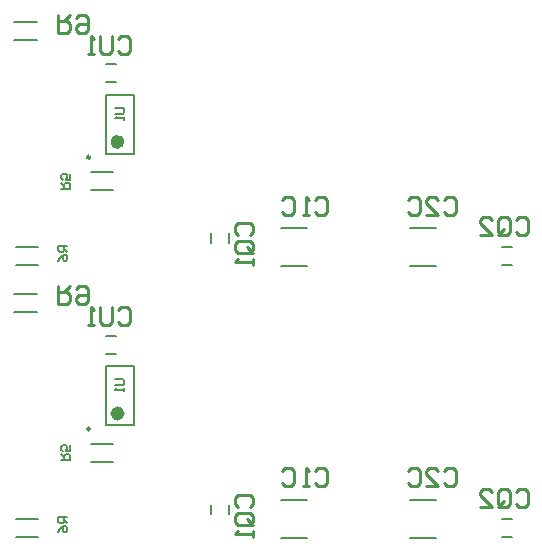
<source format=gbo>
G04 Layer_Color=32896*
%FSLAX44Y44*%
%MOMM*%
G71*
G01*
G75*
%ADD25C,0.2540*%
%ADD36C,0.2500*%
%ADD37C,0.6000*%
%ADD38C,0.2000*%
%ADD39C,0.1524*%
D25*
X282959Y64258D02*
X285499Y66797D01*
X290577D01*
X293116Y64258D01*
Y54101D01*
X290577Y51562D01*
X285499D01*
X282959Y54101D01*
X277881Y51562D02*
X272803D01*
X275342D01*
Y66797D01*
X277881Y64258D01*
X255028D02*
X257568Y66797D01*
X262646D01*
X265185Y64258D01*
Y54101D01*
X262646Y51562D01*
X257568D01*
X255028Y54101D01*
X392179Y64258D02*
X394719Y66797D01*
X399797D01*
X402336Y64258D01*
Y54101D01*
X399797Y51562D01*
X394719D01*
X392179Y54101D01*
X376944Y51562D02*
X387101D01*
X376944Y61719D01*
Y64258D01*
X379483Y66797D01*
X384562D01*
X387101Y64258D01*
X361709D02*
X364248Y66797D01*
X369327D01*
X371866Y64258D01*
Y54101D01*
X369327Y51562D01*
X364248D01*
X361709Y54101D01*
X218444Y34293D02*
X215905Y36832D01*
Y41911D01*
X218444Y44450D01*
X228601D01*
X231140Y41911D01*
Y36832D01*
X228601Y34293D01*
Y19058D02*
X218444D01*
X215905Y21597D01*
Y26676D01*
X218444Y29215D01*
X228601D01*
X231140Y26676D01*
Y21597D01*
X226062Y24137D02*
X231140Y19058D01*
Y21597D02*
X228601Y19058D01*
X231140Y13980D02*
Y8902D01*
Y11441D01*
X215905D01*
X218444Y13980D01*
X453647Y46732D02*
X456186Y49271D01*
X461265D01*
X463804Y46732D01*
Y36575D01*
X461265Y34036D01*
X456186D01*
X453647Y36575D01*
X438412D02*
Y46732D01*
X440951Y49271D01*
X446030D01*
X448569Y46732D01*
Y36575D01*
X446030Y34036D01*
X440951D01*
X443491Y39114D02*
X438412Y34036D01*
X440951D02*
X438412Y36575D01*
X423177Y34036D02*
X433334D01*
X423177Y44193D01*
Y46732D01*
X425716Y49271D01*
X430795D01*
X433334Y46732D01*
X116843Y200656D02*
X119382Y203195D01*
X124461D01*
X127000Y200656D01*
Y190499D01*
X124461Y187960D01*
X119382D01*
X116843Y190499D01*
X111765Y203195D02*
Y190499D01*
X109226Y187960D01*
X104147D01*
X101608Y190499D01*
Y203195D01*
X96530Y187960D02*
X91452D01*
X93991D01*
Y203195D01*
X96530Y200656D01*
X66040Y220980D02*
Y205745D01*
X73657D01*
X76197Y208284D01*
Y213363D01*
X73657Y215902D01*
X66040D01*
X71118D02*
X76197Y220980D01*
X81275Y218441D02*
X83814Y220980D01*
X88893D01*
X91432Y218441D01*
Y208284D01*
X88893Y205745D01*
X83814D01*
X81275Y208284D01*
Y210823D01*
X83814Y213363D01*
X91432D01*
X282959Y294258D02*
X285499Y296797D01*
X290577D01*
X293116Y294258D01*
Y284101D01*
X290577Y281562D01*
X285499D01*
X282959Y284101D01*
X277881Y281562D02*
X272803D01*
X275342D01*
Y296797D01*
X277881Y294258D01*
X255028D02*
X257568Y296797D01*
X262646D01*
X265185Y294258D01*
Y284101D01*
X262646Y281562D01*
X257568D01*
X255028Y284101D01*
X392179Y294258D02*
X394719Y296797D01*
X399797D01*
X402336Y294258D01*
Y284101D01*
X399797Y281562D01*
X394719D01*
X392179Y284101D01*
X376944Y281562D02*
X387101D01*
X376944Y291719D01*
Y294258D01*
X379483Y296797D01*
X384562D01*
X387101Y294258D01*
X361709D02*
X364248Y296797D01*
X369327D01*
X371866Y294258D01*
Y284101D01*
X369327Y281562D01*
X364248D01*
X361709Y284101D01*
X218444Y264293D02*
X215905Y266833D01*
Y271911D01*
X218444Y274450D01*
X228601D01*
X231140Y271911D01*
Y266833D01*
X228601Y264293D01*
Y249058D02*
X218444D01*
X215905Y251597D01*
Y256676D01*
X218444Y259215D01*
X228601D01*
X231140Y256676D01*
Y251597D01*
X226062Y254137D02*
X231140Y249058D01*
Y251597D02*
X228601Y249058D01*
X231140Y243980D02*
Y238902D01*
Y241441D01*
X215905D01*
X218444Y243980D01*
X453647Y276732D02*
X456186Y279271D01*
X461265D01*
X463804Y276732D01*
Y266575D01*
X461265Y264036D01*
X456186D01*
X453647Y266575D01*
X438412D02*
Y276732D01*
X440951Y279271D01*
X446030D01*
X448569Y276732D01*
Y266575D01*
X446030Y264036D01*
X440951D01*
X443491Y269114D02*
X438412Y264036D01*
X440951D02*
X438412Y266575D01*
X423177Y264036D02*
X433334D01*
X423177Y274193D01*
Y276732D01*
X425716Y279271D01*
X430795D01*
X433334Y276732D01*
X116843Y430656D02*
X119382Y433195D01*
X124461D01*
X127000Y430656D01*
Y420499D01*
X124461Y417960D01*
X119382D01*
X116843Y420499D01*
X111765Y433195D02*
Y420499D01*
X109226Y417960D01*
X104147D01*
X101608Y420499D01*
Y433195D01*
X96530Y417960D02*
X91452D01*
X93991D01*
Y433195D01*
X96530Y430656D01*
X66040Y450980D02*
Y435745D01*
X73657D01*
X76197Y438284D01*
Y443363D01*
X73657Y445902D01*
X66040D01*
X71118D02*
X76197Y450980D01*
X81275Y448441D02*
X83814Y450980D01*
X88893D01*
X91432Y448441D01*
Y438284D01*
X88893Y435745D01*
X83814D01*
X81275Y438284D01*
Y440823D01*
X83814Y443363D01*
X91432D01*
D36*
X92860Y100220D02*
G03*
X92860Y100220I-1250J0D01*
G01*
Y330220D02*
G03*
X92860Y330220I-1250J0D01*
G01*
D37*
X119110Y113270D02*
G03*
X119110Y113270I-3000J0D01*
G01*
Y343270D02*
G03*
X119110Y343270I-3000J0D01*
G01*
D38*
X254430Y40130D02*
X276430D01*
X254430Y8130D02*
X276430D01*
X363650Y40130D02*
X385650D01*
X363650Y8130D02*
X385650D01*
X441770Y24010D02*
X449770D01*
X441770Y9010D02*
X449770D01*
X106490Y163950D02*
X114490D01*
X106490Y178950D02*
X114490D01*
X106110Y103270D02*
Y153270D01*
X130110Y103270D02*
Y153270D01*
X106110Y103270D02*
X130110D01*
X106110Y153270D02*
X130110D01*
X93370Y72510D02*
X112370D01*
X93370Y87510D02*
X112370D01*
X210700Y27750D02*
Y35750D01*
X195700Y27750D02*
Y35750D01*
X29870Y9010D02*
X48870D01*
X29870Y24010D02*
X48870D01*
X28600Y214510D02*
X47600D01*
X28600Y199510D02*
X47600D01*
X254430Y270130D02*
X276430D01*
X254430Y238130D02*
X276430D01*
X363650Y270130D02*
X385650D01*
X363650Y238130D02*
X385650D01*
X441770Y254010D02*
X449770D01*
X441770Y239010D02*
X449770D01*
X106490Y393950D02*
X114490D01*
X106490Y408950D02*
X114490D01*
X106110Y333270D02*
Y383270D01*
X130110Y333270D02*
Y383270D01*
X106110Y333270D02*
X130110D01*
X106110Y383270D02*
X130110D01*
X93370Y302510D02*
X112370D01*
X93370Y317510D02*
X112370D01*
X210700Y257750D02*
Y265750D01*
X195700Y257750D02*
Y265750D01*
X29870Y239010D02*
X48870D01*
X29870Y254010D02*
X48870D01*
X28600Y444510D02*
X47600D01*
X28600Y429510D02*
X47600D01*
D39*
X68580Y73660D02*
X76198D01*
Y77469D01*
X74928Y78738D01*
X72389D01*
X71119Y77469D01*
Y73660D01*
Y76199D02*
X68580Y78738D01*
X76198Y86356D02*
Y81278D01*
X72389D01*
X73658Y83817D01*
Y85086D01*
X72389Y86356D01*
X69850D01*
X68580Y85086D01*
Y82547D01*
X69850Y81278D01*
X73660Y25400D02*
X66042D01*
Y21591D01*
X67312Y20322D01*
X69851D01*
X71121Y21591D01*
Y25400D01*
Y22861D02*
X73660Y20322D01*
X66042Y12704D02*
X67312Y15243D01*
X69851Y17782D01*
X72390D01*
X73660Y16513D01*
Y13974D01*
X72390Y12704D01*
X71121D01*
X69851Y13974D01*
Y17782D01*
X114303Y142240D02*
X120650D01*
X121920Y140970D01*
Y138431D01*
X120650Y137162D01*
X114303D01*
X121920Y134622D02*
Y132083D01*
Y133353D01*
X114303D01*
X115572Y134622D01*
X68580Y303660D02*
X76198D01*
Y307469D01*
X74928Y308738D01*
X72389D01*
X71119Y307469D01*
Y303660D01*
Y306199D02*
X68580Y308738D01*
X76198Y316356D02*
Y311278D01*
X72389D01*
X73658Y313817D01*
Y315086D01*
X72389Y316356D01*
X69850D01*
X68580Y315086D01*
Y312547D01*
X69850Y311278D01*
X73660Y255400D02*
X66042D01*
Y251591D01*
X67312Y250322D01*
X69851D01*
X71121Y251591D01*
Y255400D01*
Y252861D02*
X73660Y250322D01*
X66042Y242704D02*
X67312Y245243D01*
X69851Y247782D01*
X72390D01*
X73660Y246513D01*
Y243974D01*
X72390Y242704D01*
X71121D01*
X69851Y243974D01*
Y247782D01*
X114303Y372240D02*
X120650D01*
X121920Y370970D01*
Y368431D01*
X120650Y367162D01*
X114303D01*
X121920Y364622D02*
Y362083D01*
Y363353D01*
X114303D01*
X115572Y364622D01*
M02*

</source>
